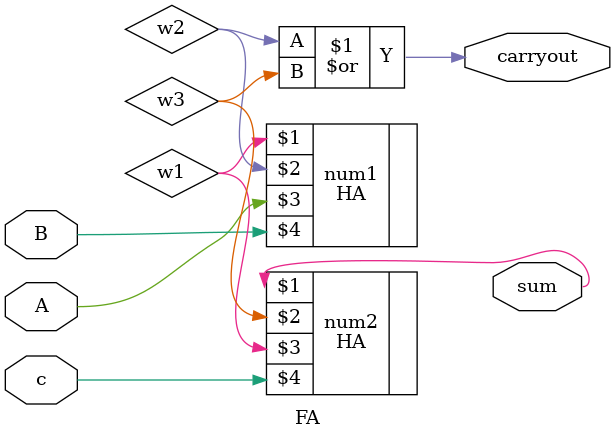
<source format=v>
module FA (sum,carryout,A,B,c);
//inputs and outputs and wires , inputs for a gate output from another
input A,B,c ;
output sum,carryout;
wire w1,w2,w3;
 //instantiate 2 half adders
HA num1(w1,w2,A,B);
HA num2(sum,w3,w1,c);
or (carryout,w2,w3);

endmodule 
</source>
